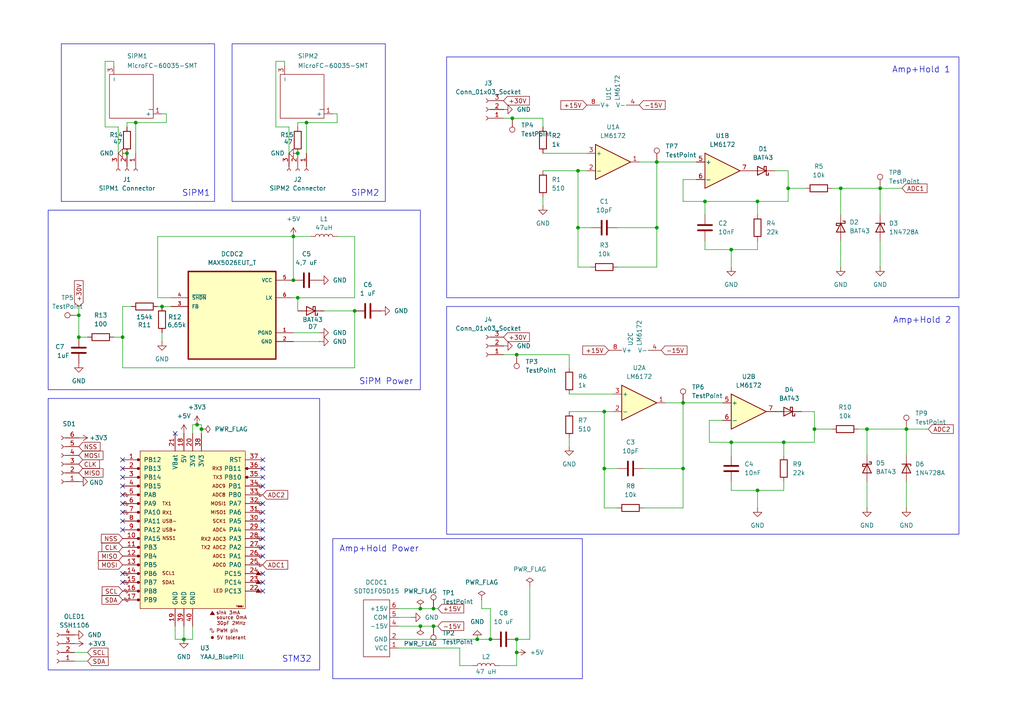
<source format=kicad_sch>
(kicad_sch (version 20250114) (generator "eeschema") (generator_version "9.0")
  (paper "A4")
  (title_block (title "Myolo PCBs") (date "2025-12-30") (rev "1") (company "Nico Entz"))
  (rectangle (start 67.31 12.7) (end 111.76 58.42))
  (rectangle (start 129.54 16.51) (end 278.13 86.36))
  (rectangle (start 13.97 60.96) (end 121.92 113.03))
  (rectangle (start 129.54 88.9) (end 278.13 154.94))
  (rectangle (start 17.78 12.7) (end 62.23 58.42))
  (rectangle (start 13.97 115.57) (end 92.71 194.31))
  (rectangle (start 96.52 156.21) (end 168.91 196.85))
  (text "Amp+Hold Power" (at 109.982 159.258 0) (effects (font (size 1.778 1.778))))
  (text "SiPM2" (at 105.918 56.134 0) (effects (font (size 1.778 1.778))))
  (text "SiPM Power" (at 112.014 110.744 0) (effects (font (size 1.778 1.778))))
  (text "STM32" (at 86.106 191.262 0) (effects (font (size 1.778 1.778))))
  (text "Amp+Hold 2" (at 267.462 92.964 0) (effects (font (size 1.778 1.778))))
  (text "SiPM1" (at 56.896 56.134 0) (effects (font (size 1.778 1.778))))
  (text "Amp+Hold 1" (at 267.208 20.32 0) (effects (font (size 1.778 1.778))))
  (junction (at 198.12 135.89))
  (junction (at 39.37 35.56))
  (junction (at 219.71 58.42))
  (junction (at 149.86 189.23))
  (junction (at 167.64 66.04))
  (junction (at 255.27 54.61))
  (junction (at 236.22 124.46))
  (junction (at 212.09 128.27))
  (junction (at 198.12 116.84))
  (junction (at 138.43 185.42))
  (junction (at 243.84 54.61))
  (junction (at 175.26 135.89))
  (junction (at 85.09 81.28))
  (junction (at 125.73 181.61))
  (junction (at 57.15 123.19))
  (junction (at 85.09 68.58))
  (junction (at 262.89 124.46))
  (junction (at 142.24 185.42))
  (junction (at 190.5 66.04))
  (junction (at 251.46 124.46))
  (junction (at 102.87 90.17))
  (junction (at 22.86 91.44))
  (junction (at 35.56 97.79))
  (junction (at 148.59 34.29))
  (junction (at 53.34 185.42))
  (junction (at 86.36 86.36))
  (junction (at 125.73 176.53))
  (junction (at 175.26 119.38))
  (junction (at 46.99 88.9))
  (junction (at 22.86 97.79))
  (junction (at 121.92 176.53))
  (junction (at 190.5 46.99))
  (junction (at 86.36 44.45))
  (junction (at 36.83 44.45))
  (junction (at 204.47 58.42))
  (junction (at 58.42 124.46))
  (junction (at 212.09 72.39))
  (junction (at 219.71 142.24))
  (junction (at 228.6 54.61))
  (junction (at 149.86 185.42))
  (junction (at 167.64 49.53))
  (junction (at 149.86 102.87))
  (junction (at 88.9 35.56))
  (junction (at 121.92 181.61))
  (junction (at 227.33 128.27))
  (no_connect (at 76.2 148.59))
  (no_connect (at 35.56 153.67))
  (no_connect (at 35.56 148.59))
  (no_connect (at 76.2 168.91))
  (no_connect (at 76.2 151.13))
  (no_connect (at 50.8 125.73))
  (no_connect (at 76.2 161.29))
  (no_connect (at 76.2 133.35))
  (no_connect (at 35.56 135.89))
  (no_connect (at 35.56 133.35))
  (no_connect (at 76.2 156.21))
  (no_connect (at 76.2 153.67))
  (no_connect (at 76.2 146.05))
  (no_connect (at 35.56 146.05))
  (no_connect (at 76.2 166.37))
  (no_connect (at 76.2 138.43))
  (no_connect (at 76.2 140.97))
  (no_connect (at 35.56 138.43))
  (no_connect (at 35.56 168.91))
  (no_connect (at 35.56 151.13))
  (no_connect (at 35.56 166.37))
  (no_connect (at 76.2 171.45))
  (no_connect (at 76.2 135.89))
  (no_connect (at 35.56 140.97))
  (no_connect (at 76.2 158.75))
  (no_connect (at 35.56 143.51))
  (wire (pts (xy 167.64 49.53) (xy 167.64 66.04)))
  (wire (pts (xy 204.47 69.85) (xy 204.47 72.39)))
  (wire (pts (xy 255.27 54.61) (xy 261.62 54.61)))
  (wire (pts (xy 30.48 17.78) (xy 30.48 36.83)))
  (wire (pts (xy 212.09 72.39) (xy 212.09 77.47)))
  (wire (pts (xy 50.8 181.61) (xy 50.8 185.42)))
  (wire (pts (xy 209.55 121.92) (xy 205.74 121.92)))
  (wire (pts (xy 262.89 124.46) (xy 262.89 132.08)))
  (wire (pts (xy 149.86 102.87) (xy 165.1 102.87)))
  (wire (pts (xy 139.7 176.53) (xy 142.24 176.53)))
  (wire (pts (xy 157.48 57.15) (xy 157.48 59.69)))
  (wire (pts (xy 58.42 124.46) (xy 58.42 125.73)))
  (wire (pts (xy 86.36 86.36) (xy 102.87 86.36)))
  (wire (pts (xy 115.57 179.07) (xy 119.38 179.07)))
  (wire (pts (xy 165.1 127) (xy 165.1 129.54)))
  (wire (pts (xy 35.56 97.79) (xy 35.56 88.9)))
  (wire (pts (xy 262.89 139.7) (xy 262.89 147.32)))
  (wire (pts (xy 102.87 90.17) (xy 102.87 106.68)))
  (wire (pts (xy 121.92 181.61) (xy 125.73 181.61)))
  (wire (pts (xy 236.22 128.27) (xy 236.22 124.46)))
  (wire (pts (xy 83.82 36.83) (xy 83.82 44.45)))
  (wire (pts (xy 179.07 77.47) (xy 190.5 77.47)))
  (wire (pts (xy 85.09 96.52) (xy 92.71 96.52)))
  (wire (pts (xy 255.27 54.61) (xy 255.27 62.23)))
  (wire (pts (xy 85.09 68.58) (xy 90.17 68.58)))
  (wire (pts (xy 190.5 46.99) (xy 190.5 66.04)))
  (wire (pts (xy 85.09 86.36) (xy 86.36 86.36)))
  (wire (pts (xy 115.57 185.42) (xy 138.43 185.42)))
  (wire (pts (xy 55.88 125.73) (xy 55.88 123.19)))
  (wire (pts (xy 86.36 35.56) (xy 86.36 36.83)))
  (wire (pts (xy 115.57 176.53) (xy 121.92 176.53)))
  (wire (pts (xy 21.59 189.23) (xy 25.4 189.23)))
  (wire (pts (xy 165.1 114.3) (xy 177.8 114.3)))
  (wire (pts (xy 50.8 185.42) (xy 53.34 185.42)))
  (wire (pts (xy 186.69 135.89) (xy 198.12 135.89)))
  (wire (pts (xy 39.37 35.56) (xy 36.83 35.56)))
  (wire (pts (xy 85.09 99.06) (xy 92.71 99.06)))
  (wire (pts (xy 96.52 33.02) (xy 97.79 33.02)))
  (wire (pts (xy 53.34 185.42) (xy 55.88 185.42)))
  (wire (pts (xy 102.87 68.58) (xy 102.87 86.36)))
  (wire (pts (xy 236.22 124.46) (xy 241.3 124.46)))
  (wire (pts (xy 251.46 124.46) (xy 262.89 124.46)))
  (wire (pts (xy 80.01 17.78) (xy 80.01 36.83)))
  (wire (pts (xy 232.41 119.38) (xy 236.22 119.38)))
  (wire (pts (xy 228.6 54.61) (xy 233.68 54.61)))
  (wire (pts (xy 212.09 72.39) (xy 219.71 72.39)))
  (wire (pts (xy 219.71 58.42) (xy 219.71 62.23)))
  (wire (pts (xy 198.12 116.84) (xy 198.12 135.89)))
  (wire (pts (xy 243.84 54.61) (xy 255.27 54.61)))
  (wire (pts (xy 251.46 124.46) (xy 251.46 132.08)))
  (wire (pts (xy 93.98 90.17) (xy 102.87 90.17)))
  (wire (pts (xy 45.72 68.58) (xy 85.09 68.58)))
  (wire (pts (xy 175.26 119.38) (xy 175.26 135.89)))
  (wire (pts (xy 146.05 102.87) (xy 149.86 102.87)))
  (wire (pts (xy 57.15 123.19) (xy 58.42 123.19)))
  (wire (pts (xy 224.79 49.53) (xy 228.6 49.53)))
  (wire (pts (xy 190.5 46.99) (xy 201.93 46.99)))
  (wire (pts (xy 243.84 54.61) (xy 243.84 62.23)))
  (wire (pts (xy 33.02 17.78) (xy 30.48 17.78)))
  (wire (pts (xy 88.9 35.56) (xy 88.9 44.45)))
  (wire (pts (xy 227.33 128.27) (xy 236.22 128.27)))
  (wire (pts (xy 251.46 139.7) (xy 251.46 147.32)))
  (wire (pts (xy 165.1 119.38) (xy 175.26 119.38)))
  (wire (pts (xy 115.57 187.96) (xy 133.35 187.96)))
  (wire (pts (xy 255.27 69.85) (xy 255.27 77.47)))
  (wire (pts (xy 198.12 58.42) (xy 204.47 58.42)))
  (wire (pts (xy 205.74 121.92) (xy 205.74 128.27)))
  (wire (pts (xy 133.35 187.96) (xy 133.35 193.04)))
  (wire (pts (xy 55.88 181.61) (xy 55.88 185.42)))
  (wire (pts (xy 48.26 33.02) (xy 48.26 35.56)))
  (wire (pts (xy 35.56 88.9) (xy 38.1 88.9)))
  (wire (pts (xy 33.02 97.79) (xy 35.56 97.79)))
  (wire (pts (xy 227.33 128.27) (xy 227.33 132.08)))
  (wire (pts (xy 205.74 128.27) (xy 212.09 128.27)))
  (wire (pts (xy 97.79 68.58) (xy 102.87 68.58)))
  (wire (pts (xy 58.42 123.19) (xy 58.42 124.46)))
  (wire (pts (xy 55.88 123.19) (xy 57.15 123.19)))
  (wire (pts (xy 85.09 68.58) (xy 85.09 81.28)))
  (wire (pts (xy 228.6 54.61) (xy 228.6 49.53)))
  (wire (pts (xy 243.84 69.85) (xy 243.84 77.47)))
  (wire (pts (xy 46.99 88.9) (xy 49.53 88.9)))
  (wire (pts (xy 115.57 181.61) (xy 121.92 181.61)))
  (wire (pts (xy 219.71 142.24) (xy 227.33 142.24)))
  (wire (pts (xy 248.92 124.46) (xy 251.46 124.46)))
  (wire (pts (xy 30.48 36.83) (xy 34.29 36.83)))
  (wire (pts (xy 185.42 46.99) (xy 190.5 46.99)))
  (wire (pts (xy 144.78 193.04) (xy 149.86 193.04)))
  (wire (pts (xy 165.1 106.68) (xy 165.1 102.87)))
  (wire (pts (xy 167.64 66.04) (xy 171.45 66.04)))
  (wire (pts (xy 97.79 33.02) (xy 97.79 35.56)))
  (wire (pts (xy 149.86 185.42) (xy 149.86 189.23)))
  (wire (pts (xy 139.7 173.99) (xy 139.7 176.53)))
  (wire (pts (xy 167.64 66.04) (xy 167.64 77.47)))
  (wire (pts (xy 39.37 35.56) (xy 39.37 44.45)))
  (wire (pts (xy 35.56 106.68) (xy 35.56 97.79)))
  (wire (pts (xy 175.26 119.38) (xy 177.8 119.38)))
  (wire (pts (xy 157.48 49.53) (xy 167.64 49.53)))
  (wire (pts (xy 212.09 139.7) (xy 212.09 142.24)))
  (wire (pts (xy 175.26 147.32) (xy 179.07 147.32)))
  (wire (pts (xy 121.92 176.53) (xy 125.73 176.53)))
  (wire (pts (xy 198.12 135.89) (xy 198.12 147.32)))
  (wire (pts (xy 97.79 35.56) (xy 88.9 35.56)))
  (wire (pts (xy 146.05 34.29) (xy 148.59 34.29)))
  (wire (pts (xy 212.09 128.27) (xy 227.33 128.27)))
  (wire (pts (xy 204.47 72.39) (xy 212.09 72.39)))
  (wire (pts (xy 212.09 142.24) (xy 219.71 142.24)))
  (wire (pts (xy 262.89 124.46) (xy 269.24 124.46)))
  (wire (pts (xy 125.73 176.53) (xy 127 176.53)))
  (wire (pts (xy 198.12 116.84) (xy 209.55 116.84)))
  (wire (pts (xy 175.26 135.89) (xy 175.26 147.32)))
  (wire (pts (xy 167.64 49.53) (xy 170.18 49.53)))
  (wire (pts (xy 46.99 33.02) (xy 48.26 33.02)))
  (wire (pts (xy 219.71 142.24) (xy 219.71 147.32)))
  (wire (pts (xy 34.29 36.83) (xy 34.29 44.45)))
  (wire (pts (xy 86.36 86.36) (xy 86.36 90.17)))
  (wire (pts (xy 186.69 147.32) (xy 198.12 147.32)))
  (wire (pts (xy 204.47 58.42) (xy 219.71 58.42)))
  (wire (pts (xy 88.9 35.56) (xy 86.36 35.56)))
  (wire (pts (xy 46.99 96.52) (xy 46.99 99.06)))
  (wire (pts (xy 45.72 86.36) (xy 49.53 86.36)))
  (wire (pts (xy 157.48 44.45) (xy 170.18 44.45)))
  (wire (pts (xy 204.47 58.42) (xy 204.47 62.23)))
  (wire (pts (xy 198.12 52.07) (xy 198.12 58.42)))
  (wire (pts (xy 21.59 191.77) (xy 25.4 191.77)))
  (wire (pts (xy 175.26 135.89) (xy 179.07 135.89)))
  (wire (pts (xy 80.01 36.83) (xy 83.82 36.83)))
  (wire (pts (xy 53.34 181.61) (xy 53.34 185.42)))
  (wire (pts (xy 201.93 52.07) (xy 198.12 52.07)))
  (wire (pts (xy 82.55 19.05) (xy 82.55 17.78)))
  (wire (pts (xy 167.64 77.47) (xy 171.45 77.47)))
  (wire (pts (xy 45.72 68.58) (xy 45.72 86.36)))
  (wire (pts (xy 236.22 124.46) (xy 236.22 119.38)))
  (wire (pts (xy 227.33 139.7) (xy 227.33 142.24)))
  (wire (pts (xy 190.5 66.04) (xy 190.5 77.47)))
  (wire (pts (xy 133.35 193.04) (xy 137.16 193.04)))
  (wire (pts (xy 153.67 170.18) (xy 153.67 185.42)))
  (wire (pts (xy 36.83 35.56) (xy 36.83 36.83)))
  (wire (pts (xy 142.24 176.53) (xy 142.24 185.42)))
  (wire (pts (xy 149.86 185.42) (xy 153.67 185.42)))
  (wire (pts (xy 228.6 58.42) (xy 228.6 54.61)))
  (wire (pts (xy 35.56 106.68) (xy 102.87 106.68)))
  (wire (pts (xy 149.86 189.23) (xy 149.86 193.04)))
  (wire (pts (xy 212.09 128.27) (xy 212.09 132.08)))
  (wire (pts (xy 45.72 88.9) (xy 46.99 88.9)))
  (wire (pts (xy 22.86 91.44) (xy 22.86 97.79)))
  (wire (pts (xy 179.07 66.04) (xy 190.5 66.04)))
  (wire (pts (xy 148.59 34.29) (xy 157.48 34.29)))
  (wire (pts (xy 219.71 69.85) (xy 219.71 72.39)))
  (wire (pts (xy 48.26 35.56) (xy 39.37 35.56)))
  (wire (pts (xy 219.71 58.42) (xy 228.6 58.42)))
  (wire (pts (xy 22.86 97.79) (xy 25.4 97.79)))
  (wire (pts (xy 82.55 17.78) (xy 80.01 17.78)))
  (wire (pts (xy 33.02 19.05) (xy 33.02 17.78)))
  (wire (pts (xy 157.48 34.29) (xy 157.48 36.83)))
  (wire (pts (xy 125.73 181.61) (xy 127 181.61)))
  (wire (pts (xy 193.04 116.84) (xy 198.12 116.84)))
  (wire (pts (xy 138.43 185.42) (xy 142.24 185.42)))
  (wire (pts (xy 241.3 54.61) (xy 243.84 54.61)))
  (wire (pts (xy 22.86 88.9) (xy 22.86 91.44)))
  (global_label "CLK" (shape input) (at 22.86 134.62 0) (property "Intersheetrefs" "${INTERSHEET_REFS}" (effects (hide yes))))
  (global_label "SDA" (shape input) (at 25.4 191.77 0) (property "Intersheetrefs" "${INTERSHEET_REFS}" (effects (hide yes))))
  (global_label "+15V" (shape input) (at 127 176.53 0) (property "Intersheetrefs" "${INTERSHEET_REFS}" (effects (hide yes))))
  (global_label "ADC1" (shape input) (at 76.2 163.83 0) (property "Intersheetrefs" "${INTERSHEET_REFS}" (effects (hide yes))))
  (global_label "ADC1" (shape input) (at 261.62 54.61 0) (property "Intersheetrefs" "${INTERSHEET_REFS}" (effects (hide yes))))
  (global_label "ADC2" (shape input) (at 76.2 143.51 0) (property "Intersheetrefs" "${INTERSHEET_REFS}" (effects (hide yes))))
  (global_label "SDA" (shape input) (at 35.56 173.99 180) (property "Intersheetrefs" "${INTERSHEET_REFS}" (effects (hide yes))))
  (global_label "MOSI" (shape input) (at 35.56 163.83 180) (property "Intersheetrefs" "${INTERSHEET_REFS}" (effects (hide yes))))
  (global_label "NSS" (shape input) (at 22.86 129.54 0) (property "Intersheetrefs" "${INTERSHEET_REFS}" (effects (hide yes))))
  (global_label "SCL" (shape input) (at 35.56 171.45 180) (property "Intersheetrefs" "${INTERSHEET_REFS}" (effects (hide yes))))
  (global_label "NSS" (shape input) (at 35.56 156.21 180) (property "Intersheetrefs" "${INTERSHEET_REFS}" (effects (hide yes))))
  (global_label "MOSI" (shape input) (at 22.86 132.08 0) (property "Intersheetrefs" "${INTERSHEET_REFS}" (effects (hide yes))))
  (global_label "-15V" (shape input) (at 191.77 101.6 0) (property "Intersheetrefs" "${INTERSHEET_REFS}" (effects (hide yes))))
  (global_label "ADC2" (shape input) (at 269.24 124.46 0) (property "Intersheetrefs" "${INTERSHEET_REFS}" (effects (hide yes))))
  (global_label "+15V" (shape input) (at 176.53 101.6 180) (property "Intersheetrefs" "${INTERSHEET_REFS}" (effects (hide yes))))
  (global_label "MISO" (shape input) (at 35.56 161.29 180) (property "Intersheetrefs" "${INTERSHEET_REFS}" (effects (hide yes))))
  (global_label "MISO" (shape input) (at 22.86 137.16 0) (property "Intersheetrefs" "${INTERSHEET_REFS}" (effects (hide yes))))
  (global_label "SCL" (shape input) (at 25.4 189.23 0) (property "Intersheetrefs" "${INTERSHEET_REFS}" (effects (hide yes))))
  (global_label "CLK" (shape input) (at 35.56 158.75 180) (property "Intersheetrefs" "${INTERSHEET_REFS}" (effects (hide yes))))
  (global_label "+15V" (shape input) (at 170.18 30.48 180) (property "Intersheetrefs" "${INTERSHEET_REFS}" (effects (hide yes))))
  (global_label "-15V" (shape input) (at 127 181.61 0) (property "Intersheetrefs" "${INTERSHEET_REFS}" (effects (hide yes))))
  (global_label "+30V" (shape input) (at 146.05 29.21 0) (property "Intersheetrefs" "${INTERSHEET_REFS}" (effects (hide yes))))
  (global_label "+30V" (shape input) (at 146.05 97.79 0) (property "Intersheetrefs" "${INTERSHEET_REFS}" (effects (hide yes))))
  (global_label "-15V" (shape input) (at 185.42 30.48 0) (property "Intersheetrefs" "${INTERSHEET_REFS}" (effects (hide yes))))
  (global_label "+30V" (shape input) (at 22.86 88.9 90) (property "Intersheetrefs" "${INTERSHEET_REFS}" (effects (hide yes))))
  (symbol (lib_id "power:GND") (at 146.05 100.33 90) (unit 1)
    (property "Reference" "#PWR027" (effects (hide yes)))
    (property "Value" "GND" (at 149.86 100.3299 90) (effects (justify right)))
    (property "Description" "Power symbol creates a global label with name \"GND\" , ground" (effects (hide yes)))
  )
  (symbol (lib_id "Diode:BAT43") (at 220.98 49.53 180) (unit 1)
    (property "Reference" "D1" (at 221.2975 43.18 0))
    (property "Value" "BAT43" (at 221.2975 45.72 0))
    (property "Footprint" "Diode_THT:D_DO-34_SOD68_P7.62mm_Horizontal" (effects (hide yes)))
    (property "Datasheet" "http://www.vishay.com/docs/85660/bat42.pdf" (effects (hide yes)))
    (property "Description" "30V 0.2A Small Signal Schottky Diode, DO-35" (effects (hide yes)))
  )
  (symbol (lib_id "power:PWR_FLAG") (at 139.7 173.99 0) (unit 1)
    (property "Reference" "#FLG02" (effects (hide yes)))
    (property "Value" "PWR_FLAG" (at 139.7 168.91 0))
    (property "Description" "Special symbol for telling ERC where power comes from" (effects (hide yes)))
  )
  (symbol (lib_id "Connector:Conn_01x03_Socket") (at 140.97 31.75 180) (unit 1)
    (property "Reference" "J3" (at 141.605 24.13 0))
    (property "Value" "Conn_01x03_Socket" (at 141.605 26.67 0))
    (property "Footprint" "Custom:PinSocket_1x03_P2.54mm_Vertical_NoGND" (effects (hide yes)))
    (property "Description" "Generic connector, single row, 01x03, script generated" (effects (hide yes)))
  )
  (symbol (lib_id "Connector:TestPoint") (at 125.73 176.53 0) (unit 1)
    (property "Reference" "TP1" (at 128.27 171.9579 0) (effects (justify left)))
    (property "Value" "TestPoint" (at 128.27 174.4979 0) (effects (justify left)))
    (property "Footprint" "TestPoint:TestPoint_Pad_1.0x1.0mm" (effects (hide yes)))
    (property "Description" "test point" (effects (hide yes)))
  )
  (symbol (lib_id "power:GND") (at 21.59 184.15 90) (unit 1)
    (property "Reference" "#PWR015" (effects (hide yes)))
    (property "Value" "GND" (at 25.4 184.1499 90) (effects (justify right)))
    (property "Description" "Power symbol creates a global label with name \"GND\" , ground" (effects (hide yes)))
  )
  (symbol (lib_id "power:GND") (at 36.83 44.45 270) (unit 1)
    (property "Reference" "#PWR028" (effects (hide yes)))
    (property "Value" "GND" (at 33.02 44.4499 90) (effects (justify right)))
    (property "Description" "Power symbol creates a global label with name \"GND\" , ground" (effects (hide yes)))
  )
  (symbol (lib_id "Device:R") (at 219.71 66.04 0) (unit 1)
    (property "Reference" "R4" (at 222.25 64.7699 0) (effects (justify left)))
    (property "Value" "22k" (at 222.25 67.3099 0) (effects (justify left)))
    (property "Footprint" "Resistor_THT:R_Axial_DIN0204_L3.6mm_D1.6mm_P7.62mm_Horizontal" (effects (hide yes)))
    (property "Description" "Resistor" (effects (hide yes)))
  )
  (symbol (lib_id "Diode:1N47xxA") (at 255.27 66.04 270) (unit 1)
    (property "Reference" "D3" (at 257.81 64.7699 90) (effects (justify left)))
    (property "Value" "1N4728A" (at 257.81 67.3099 90) (effects (justify left)))
    (property "Footprint" "Diode_THT:D_DO-34_SOD68_P7.62mm_Horizontal" (effects (hide yes)))
    (property "Datasheet" "https://www.vishay.com/docs/85816/1n4728a.pdf" (effects (hide yes)))
    (property "Description" "1300mW Silicon planar power Zener diodes, DO-41" (effects (hide yes)))
  )
  (symbol (lib_id "Amplifier_Operational:LM6172") (at 177.8 27.94 90) (unit 3)
    (property "Reference" "U1" (at 176.5299 29.21 0) (effects (justify left)))
    (property "Value" "LM6172" (at 179.0699 29.21 0) (effects (justify left)))
    (property "Footprint" "Package_DIP:DIP-8_W10.16mm" (effects (hide yes)))
    (property "Datasheet" "http://www.ti.com/lit/ds/symlink/lm6172.pdf" (effects (hide yes)))
    (property "Description" "Dual High Speed, Low Power, Low Distortion, Voltage Feedback Amplifiers, DIP-8/SOIC-8" (effects (hide yes)))
  )
  (symbol (lib_id "power:GND") (at 92.71 96.52 90) (unit 1)
    (property "Reference" "#PWR019" (effects (hide yes)))
    (property "Value" "GND" (at 96.52 96.5199 90) (effects (justify right)))
    (property "Description" "Power symbol creates a global label with name \"GND\" , ground" (effects (hide yes)))
  )
  (symbol (lib_id "power:GND") (at 212.09 77.47 0) (unit 1)
    (property "Reference" "#PWR04" (effects (hide yes)))
    (property "Value" "GND" (at 212.09 82.55 0))
    (property "Description" "Power symbol creates a global label with name \"GND\" , ground" (effects (hide yes)))
  )
  (symbol (lib_id "Device:C") (at 212.09 135.89 0) (unit 1)
    (property "Reference" "C4" (at 215.9 134.6199 0) (effects (justify left)))
    (property "Value" "10nF" (at 215.9 137.1599 0) (effects (justify left)))
    (property "Footprint" "Capacitor_THT:C_Disc_D5.0mm_W2.5mm_P2.50mm" (effects (hide yes)))
    (property "Description" "Unpolarized capacitor" (effects (hide yes)))
  )
  (symbol (lib_id "Device:R") (at 182.88 147.32 90) (unit 1)
    (property "Reference" "R8" (at 182.88 140.97 90))
    (property "Value" "10k" (at 182.88 143.51 90))
    (property "Footprint" "Resistor_THT:R_Axial_DIN0204_L3.6mm_D1.6mm_P7.62mm_Horizontal" (effects (hide yes)))
    (property "Description" "Resistor" (effects (hide yes)))
  )
  (symbol (lib_id "Connector:TestPoint") (at 198.12 116.84 0) (unit 1)
    (property "Reference" "TP6" (at 200.66 112.2679 0) (effects (justify left)))
    (property "Value" "TestPoint" (at 200.66 114.8079 0) (effects (justify left)))
    (property "Footprint" "TestPoint:TestPoint_Pad_1.0x1.0mm" (effects (hide yes)))
    (property "Description" "test point" (effects (hide yes)))
  )
  (symbol (lib_id "Device:C") (at 106.68 90.17 90) (unit 1)
    (property "Reference" "C6" (at 106.68 82.55 90))
    (property "Value" "1 uF" (at 106.68 85.09 90))
    (property "Footprint" "Capacitor_THT:C_Disc_D5.0mm_W2.5mm_P2.50mm" (effects (hide yes)))
    (property "Description" "Unpolarized capacitor" (effects (hide yes)))
  )
  (symbol (lib_id "MAX5026EUT_T:MAX5026EUT_T") (at 67.31 91.44 0) (unit 1)
    (property "Reference" "DCDC2" (at 67.31 73.66 0))
    (property "Value" "MAX5026EUT_T" (at 67.31 76.2 0))
    (property "Footprint" "Custom:MAX5026EU-T" (effects (hide yes)))
    (property "MF" "Analog Devices" (effects (hide yes)))
    (property "Description_1" "500kHz, 36V Output, SOT23, PWM Step-Up DC-DC Converters" (effects (hide yes)))
    (property "Package" "SOT-23-6 Maxim Integrated" (effects (hide yes)))
    (property "Price" "None" (effects (hide yes)))
    (property "SnapEDA_Link" "https://www.snapeda.com/parts/MAX5026EUT+T/Analog+Devices/view-part/?ref=snap" (effects (hide yes)))
    (property "MP" "MAX5026EUT+T" (effects (hide yes)))
    (property "Availability" "In Stock" (effects (hide yes)))
    (property "Check_prices" "https://www.snapeda.com/parts/MAX5026EUT+T/Analog+Devices/view-part/?ref=eda" (effects (hide yes)))
  )
  (symbol (lib_id "Device:R") (at 29.21 97.79 90) (unit 1)
    (property "Reference" "R13" (at 29.21 91.44 90))
    (property "Value" "100" (at 29.21 93.98 90))
    (property "Footprint" "Resistor_THT:R_Axial_DIN0204_L3.6mm_D1.6mm_P7.62mm_Horizontal" (effects (hide yes)))
    (property "Description" "Resistor" (effects (hide yes)))
  )
  (symbol (lib_id "power:GND") (at 251.46 147.32 0) (unit 1)
    (property "Reference" "#PWR011" (effects (hide yes)))
    (property "Value" "GND" (at 251.46 152.4 0))
    (property "Description" "Power symbol creates a global label with name \"GND\" , ground" (effects (hide yes)))
  )
  (symbol (lib_id "power:GND") (at 138.43 185.42 180) (unit 1)
    (property "Reference" "#PWR01" (effects (hide yes)))
    (property "Value" "GND" (at 138.43 180.34 0))
    (property "Description" "Power symbol creates a global label with name \"GND\" , ground" (effects (hide yes)))
  )
  (symbol (lib_id "Connector:TestPoint") (at 190.5 46.99 0) (unit 1)
    (property "Reference" "TP7" (at 193.04 42.4179 0) (effects (justify left)))
    (property "Value" "TestPoint" (at 193.04 44.9579 0) (effects (justify left)))
    (property "Footprint" "TestPoint:TestPoint_Pad_1.0x1.0mm" (effects (hide yes)))
    (property "Description" "test point" (effects (hide yes)))
  )
  (symbol (lib_id "Diode:BAT43") (at 228.6 119.38 180) (unit 1)
    (property "Reference" "D4" (at 228.9175 113.03 0))
    (property "Value" "BAT43" (at 228.9175 115.57 0))
    (property "Footprint" "Diode_THT:D_DO-34_SOD68_P7.62mm_Horizontal" (effects (hide yes)))
    (property "Datasheet" "http://www.vishay.com/docs/85660/bat42.pdf" (effects (hide yes)))
    (property "Description" "30V 0.2A Small Signal Schottky Diode, DO-35" (effects (hide yes)))
  )
  (symbol (lib_id "Connector:TestPoint") (at 255.27 54.61 0) (unit 1)
    (property "Reference" "TP8" (at 257.81 50.0379 0) (effects (justify left)))
    (property "Value" "TestPoint" (at 257.81 52.5779 0) (effects (justify left)))
    (property "Footprint" "TestPoint:TestPoint_Pad_1.0x1.0mm" (effects (hide yes)))
    (property "Description" "test point" (effects (hide yes)))
  )
  (symbol (lib_id "power:GND") (at 53.34 185.42 0) (unit 1)
    (property "Reference" "#PWR016" (effects (hide yes)))
    (property "Value" "GND" (at 53.34 190.5 0))
    (property "Description" "Power symbol creates a global label with name \"GND\" , ground" (effects (hide yes)))
  )
  (symbol (lib_id "Device:R") (at 41.91 88.9 90) (unit 1)
    (property "Reference" "R11" (at 41.91 94.234 90))
    (property "Value" "154k" (at 41.91 91.948 90))
    (property "Footprint" "Resistor_THT:R_Axial_DIN0204_L3.6mm_D1.6mm_P7.62mm_Horizontal" (effects (hide yes)))
    (property "Description" "Resistor" (effects (hide yes)))
  )
  (symbol (lib_id "Device:L") (at 140.97 193.04 90) (unit 1)
    (property "Reference" "L2" (at 140.97 190.5 90))
    (property "Value" "47 uH" (at 140.97 194.818 90))
    (property "Footprint" "Inductor_THT:L_Axial_L5.3mm_D2.2mm_P7.62mm_Horizontal_Vishay_IM-1" (effects (hide yes)))
    (property "Description" "Inductor" (effects (hide yes)))
  )
  (symbol (lib_id "power:GND") (at 262.89 147.32 0) (unit 1)
    (property "Reference" "#PWR012" (effects (hide yes)))
    (property "Value" "GND" (at 262.89 152.4 0))
    (property "Description" "Power symbol creates a global label with name \"GND\" , ground" (effects (hide yes)))
  )
  (symbol (lib_id "Amplifier_Operational:LM6172") (at 177.8 46.99 0) (unit 1)
    (property "Reference" "U1" (at 177.8 36.83 0))
    (property "Value" "LM6172" (at 177.8 39.37 0))
    (property "Footprint" "Package_DIP:DIP-8_W10.16mm" (effects (hide yes)))
    (property "Datasheet" "http://www.ti.com/lit/ds/symlink/lm6172.pdf" (effects (hide yes)))
    (property "Description" "Dual High Speed, Low Power, Low Distortion, Voltage Feedback Amplifiers, DIP-8/SOIC-8" (effects (hide yes)))
  )
  (symbol (lib_id "Device:C") (at 204.47 66.04 0) (unit 1)
    (property "Reference" "C2" (at 208.28 64.7699 0) (effects (justify left)))
    (property "Value" "10nF" (at 208.28 67.3099 0) (effects (justify left)))
    (property "Footprint" "Capacitor_THT:C_Disc_D5.0mm_W2.5mm_P2.50mm" (effects (hide yes)))
    (property "Description" "Unpolarized capacitor" (effects (hide yes)))
  )
  (symbol (lib_id "Device:C") (at 175.26 66.04 90) (unit 1)
    (property "Reference" "C1" (at 175.26 58.42 90))
    (property "Value" "10pF" (at 175.26 60.96 90))
    (property "Footprint" "Capacitor_THT:C_Disc_D5.0mm_W2.5mm_P2.50mm" (effects (hide yes)))
    (property "Description" "Unpolarized capacitor" (effects (hide yes)))
  )
  (symbol (lib_id "Device:C") (at 22.86 101.6 0) (unit 1)
    (property "Reference" "C7" (at 16.002 100.584 0) (effects (justify left)))
    (property "Value" "1uF" (at 16.51 103.124 0) (effects (justify left)))
    (property "Footprint" "Capacitor_THT:C_Disc_D5.0mm_W2.5mm_P2.50mm" (effects (hide yes)))
    (property "Description" "Unpolarized capacitor" (effects (hide yes)))
  )
  (symbol (lib_id "Connector:TestPoint") (at 262.89 124.46 0) (unit 1)
    (property "Reference" "TP9" (at 265.43 119.8879 0) (effects (justify left)))
    (property "Value" "TestPoint" (at 265.43 122.4279 0) (effects (justify left)))
    (property "Footprint" "TestPoint:TestPoint_Pad_1.0x1.0mm" (effects (hide yes)))
    (property "Description" "test point" (effects (hide yes)))
  )
  (symbol (lib_id "Diode:BAT43") (at 251.46 135.89 270) (unit 1)
    (property "Reference" "D5" (at 254 134.3024 90) (effects (justify left)))
    (property "Value" "BAT43" (at 254 136.8424 90) (effects (justify left)))
    (property "Footprint" "Diode_THT:D_DO-34_SOD68_P7.62mm_Horizontal" (effects (hide yes)))
    (property "Datasheet" "http://www.vishay.com/docs/85660/bat42.pdf" (effects (hide yes)))
    (property "Description" "30V 0.2A Small Signal Schottky Diode, DO-35" (effects (hide yes)))
  )
  (symbol (lib_id "Custom:SiPM") (at 31.75 34.29 0) (unit 1)
    (property "Reference" "SiPM1" (at 36.83 16.256 0) (effects (justify left)))
    (property "Value" "MicroFC-60035-SMT" (at 36.83 19.05 0) (effects (justify left)))
    (property "Footprint" "Custom:SiPM" (effects (hide yes)))
  )
  (symbol (lib_id "Device:R") (at 227.33 135.89 0) (unit 1)
    (property "Reference" "R9" (at 229.87 134.6199 0) (effects (justify left)))
    (property "Value" "22k" (at 229.87 137.1599 0) (effects (justify left)))
    (property "Footprint" "Resistor_THT:R_Axial_DIN0204_L3.6mm_D1.6mm_P7.62mm_Horizontal" (effects (hide yes)))
    (property "Description" "Resistor" (effects (hide yes)))
  )
  (symbol (lib_id "power:+5V") (at 149.86 189.23 270) (unit 1)
    (property "Reference" "#PWR02" (effects (hide yes)))
    (property "Value" "+5V" (at 153.67 189.2299 90) (effects (justify left)))
    (property "Description" "Power symbol creates a global label with name \"+5V\"" (effects (hide yes)))
  )
  (symbol (lib_id "Device:R") (at 165.1 110.49 0) (unit 1)
    (property "Reference" "R6" (at 167.64 109.2199 0) (effects (justify left)))
    (property "Value" "1k" (at 167.64 111.7599 0) (effects (justify left)))
    (property "Footprint" "Resistor_THT:R_Axial_DIN0204_L3.6mm_D1.6mm_P7.62mm_Horizontal" (effects (hide yes)))
    (property "Description" "Resistor" (effects (hide yes)))
  )
  (symbol (lib_id "Device:C") (at 146.05 185.42 270) (unit 1)
    (property "Reference" "C8" (at 146.05 177.8 90))
    (property "Value" "10 uF" (at 146.05 180.34 90))
    (property "Footprint" "Capacitor_THT:C_Disc_D5.0mm_W2.5mm_P2.50mm" (effects (hide yes)))
    (property "Description" "Unpolarized capacitor" (effects (hide yes)))
  )
  (symbol (lib_id "power:+5V") (at 85.09 68.58 0) (unit 1)
    (property "Reference" "#PWR025" (effects (hide yes)))
    (property "Value" "+5V" (at 85.09 63.5 0))
    (property "Description" "Power symbol creates a global label with name \"+5V\"" (effects (hide yes)))
  )
  (symbol (lib_id "power:GND") (at 165.1 129.54 0) (unit 1)
    (property "Reference" "#PWR09" (effects (hide yes)))
    (property "Value" "GND" (at 165.1 134.62 0))
    (property "Description" "Power symbol creates a global label with name \"GND\" , ground" (effects (hide yes)))
  )
  (symbol (lib_id "power:GND") (at 110.49 90.17 90) (unit 1)
    (property "Reference" "#PWR022" (effects (hide yes)))
    (property "Value" "GND" (at 114.3 90.1699 90) (effects (justify right)))
    (property "Description" "Power symbol creates a global label with name \"GND\" , ground" (effects (hide yes)))
  )
  (symbol (lib_id "power:GND") (at 243.84 77.47 0) (unit 1)
    (property "Reference" "#PWR05" (effects (hide yes)))
    (property "Value" "GND" (at 243.84 82.55 0))
    (property "Description" "Power symbol creates a global label with name \"GND\" , ground" (effects (hide yes)))
  )
  (symbol (lib_id "power:GND") (at 86.36 44.45 270) (unit 1)
    (property "Reference" "#PWR029" (effects (hide yes)))
    (property "Value" "GND" (at 82.55 44.4499 90) (effects (justify right)))
    (property "Description" "Power symbol creates a global label with name \"GND\" , ground" (effects (hide yes)))
  )
  (symbol (lib_id "Device:R") (at 245.11 124.46 90) (unit 1)
    (property "Reference" "R10" (at 245.11 118.11 90))
    (property "Value" "10k" (at 245.11 120.65 90))
    (property "Footprint" "Resistor_THT:R_Axial_DIN0204_L3.6mm_D1.6mm_P7.62mm_Horizontal" (effects (hide yes)))
    (property "Description" "Resistor" (effects (hide yes)))
  )
  (symbol (lib_id "power:GND") (at 92.71 81.28 90) (unit 1)
    (property "Reference" "#PWR020" (effects (hide yes)))
    (property "Value" "GND" (at 96.52 81.2799 90) (effects (justify right)))
    (property "Description" "Power symbol creates a global label with name \"GND\" , ground" (effects (hide yes)))
  )
  (symbol (lib_id "Connector:Conn_01x04_Socket") (at 16.51 189.23 180) (unit 1)
    (property "Reference" "OLED1" (at 21.59 178.816 0))
    (property "Value" "SSH1106" (at 21.59 181.356 0))
    (property "Footprint" "Custom:1x04 NoGND" (effects (hide yes)))
    (property "Description" "Generic connector, single row, 01x04, script generated" (effects (hide yes)))
  )
  (symbol (lib_id "Device:R") (at 237.49 54.61 90) (unit 1)
    (property "Reference" "R5" (at 237.49 48.26 90))
    (property "Value" "10k" (at 237.49 50.8 90))
    (property "Footprint" "Resistor_THT:R_Axial_DIN0204_L3.6mm_D1.6mm_P7.62mm_Horizontal" (effects (hide yes)))
    (property "Description" "Resistor" (effects (hide yes)))
  )
  (symbol (lib_id "power:GND") (at 146.05 31.75 90) (unit 1)
    (property "Reference" "#PWR026" (effects (hide yes)))
    (property "Value" "GND" (at 149.86 31.7499 90) (effects (justify right)))
    (property "Description" "Power symbol creates a global label with name \"GND\" , ground" (effects (hide yes)))
  )
  (symbol (lib_id "Amplifier_Operational:LM6172") (at 184.15 99.06 90) (unit 3)
    (property "Reference" "U2" (at 182.8799 100.33 0) (effects (justify left)))
    (property "Value" "LM6172" (at 185.4199 100.33 0) (effects (justify left)))
    (property "Footprint" "Package_DIP:DIP-8_W10.16mm" (effects (hide yes)))
    (property "Datasheet" "http://www.ti.com/lit/ds/symlink/lm6172.pdf" (effects (hide yes)))
    (property "Description" "Dual High Speed, Low Power, Low Distortion, Voltage Feedback Amplifiers, DIP-8/SOIC-8" (effects (hide yes)))
  )
  (symbol (lib_id "Custom:SiPM") (at 81.28 34.29 0) (unit 1)
    (property "Reference" "SiPM2" (at 86.36 16.256 0) (effects (justify left)))
    (property "Value" "MicroFC-60035-SMT" (at 86.36 19.05 0) (effects (justify left)))
    (property "Footprint" "Custom:SiPM" (effects (hide yes)))
  )
  (symbol (lib_id "power:GND") (at 119.38 179.07 90) (unit 1)
    (property "Reference" "#PWR07" (effects (hide yes)))
    (property "Value" "GND" (at 123.19 179.0699 90) (effects (justify right)))
    (property "Description" "Power symbol creates a global label with name \"GND\" , ground" (effects (hide yes)))
  )
  (symbol (lib_id "power:+3V3") (at 57.15 123.19 0) (unit 1)
    (property "Reference" "#PWR017" (effects (hide yes)))
    (property "Value" "+3V3" (at 57.15 118.11 0))
    (property "Description" "Power symbol creates a global label with name \"+3V3\"" (effects (hide yes)))
  )
  (symbol (lib_id "Connector:Conn_01x03_Socket") (at 140.97 100.33 180) (unit 1)
    (property "Reference" "J4" (at 141.605 92.71 0))
    (property "Value" "Conn_01x03_Socket" (at 141.605 95.25 0))
    (property "Footprint" "Custom:PinSocket_1x03_P2.54mm_Vertical_NoGND" (effects (hide yes)))
    (property "Description" "Generic connector, single row, 01x03, script generated" (effects (hide yes)))
  )
  (symbol (lib_id "power:PWR_FLAG") (at 121.92 176.53 0) (unit 1)
    (property "Reference" "#FLG03" (effects (hide yes)))
    (property "Value" "PWR_FLAG" (at 121.92 171.45 0))
    (property "Description" "Special symbol for telling ERC where power comes from" (effects (hide yes)))
  )
  (symbol (lib_id "power:+3V3") (at 21.59 186.69 270) (unit 1)
    (property "Reference" "#PWR014" (effects (hide yes)))
    (property "Value" "+3V3" (at 25.4 186.6899 90) (effects (justify left)))
    (property "Description" "Power symbol creates a global label with name \"+3V3\"" (effects (hide yes)))
  )
  (symbol (lib_id "Device:R") (at 36.83 40.64 0) (unit 1)
    (property "Reference" "R14" (at 31.75 39.116 0) (effects (justify left)))
    (property "Value" "47" (at 32.766 41.148 0) (effects (justify left)))
    (property "Footprint" "Resistor_THT:R_Axial_DIN0204_L3.6mm_D1.6mm_P7.62mm_Horizontal" (effects (hide yes)))
    (property "Description" "Resistor" (effects (hide yes)))
  )
  (symbol (lib_id "Device:R") (at 86.36 40.64 0) (unit 1)
    (property "Reference" "R15" (at 81.28 39.116 0) (effects (justify left)))
    (property "Value" "47" (at 82.296 41.148 0) (effects (justify left)))
    (property "Footprint" "Resistor_THT:R_Axial_DIN0204_L3.6mm_D1.6mm_P7.62mm_Horizontal" (effects (hide yes)))
    (property "Description" "Resistor" (effects (hide yes)))
  )
  (symbol (lib_id "power:GND") (at 92.71 99.06 90) (unit 1)
    (property "Reference" "#PWR018" (effects (hide yes)))
    (property "Value" "GND" (at 96.52 99.0599 90) (effects (justify right)))
    (property "Description" "Power symbol creates a global label with name \"GND\" , ground" (effects (hide yes)))
  )
  (symbol (lib_id "Connector:Conn_01x03_Socket") (at 86.36 49.53 270) (unit 1)
    (property "Reference" "J2" (at 86.36 52.07 90))
    (property "Value" "SiPM2 Connector" (at 86.36 54.61 90))
    (property "Footprint" "Custom:PinSocket_1x03_P2.54mm_Vertical_NoGND" (effects (hide yes)))
    (property "Description" "Generic connector, single row, 01x03, script generated" (effects (hide yes)))
  )
  (symbol (lib_id "power:GND") (at 219.71 147.32 0) (unit 1)
    (property "Reference" "#PWR010" (effects (hide yes)))
    (property "Value" "GND" (at 219.71 152.4 0))
    (property "Description" "Power symbol creates a global label with name \"GND\" , ground" (effects (hide yes)))
  )
  (symbol (lib_id "Device:C") (at 182.88 135.89 90) (unit 1)
    (property "Reference" "C3" (at 182.88 128.27 90))
    (property "Value" "10pF" (at 182.88 130.81 90))
    (property "Footprint" "Capacitor_THT:C_Disc_D5.0mm_W2.5mm_P2.50mm" (effects (hide yes)))
    (property "Description" "Unpolarized capacitor" (effects (hide yes)))
  )
  (symbol (lib_id "Device:R") (at 175.26 77.47 90) (unit 1)
    (property "Reference" "R3" (at 175.26 71.12 90))
    (property "Value" "10k" (at 175.26 73.66 90))
    (property "Footprint" "Resistor_THT:R_Axial_DIN0204_L3.6mm_D1.6mm_P7.62mm_Horizontal" (effects (hide yes)))
    (property "Description" "Resistor" (effects (hide yes)))
  )
  (symbol (lib_id "Diode:1N47xxA") (at 262.89 135.89 270) (unit 1)
    (property "Reference" "D6" (at 265.43 134.6199 90) (effects (justify left)))
    (property "Value" "1N4728A" (at 265.43 137.1599 90) (effects (justify left)))
    (property "Footprint" "Diode_THT:D_DO-34_SOD68_P7.62mm_Horizontal" (effects (hide yes)))
    (property "Datasheet" "https://www.vishay.com/docs/85816/1n4728a.pdf" (effects (hide yes)))
    (property "Description" "1300mW Silicon planar power Zener diodes, DO-41" (effects (hide yes)))
  )
  (symbol (lib_id "Device:R") (at 165.1 123.19 0) (unit 1)
    (property "Reference" "R7" (at 167.64 121.9199 0) (effects (justify left)))
    (property "Value" "510" (at 167.64 124.4599 0) (effects (justify left)))
    (property "Footprint" "Resistor_THT:R_Axial_DIN0204_L3.6mm_D1.6mm_P7.62mm_Horizontal" (effects (hide yes)))
    (property "Description" "Resistor" (effects (hide yes)))
  )
  (symbol (lib_id "Diode:BAT43") (at 90.17 90.17 180) (unit 1)
    (property "Reference" "D7" (at 90.678 94.742 0))
    (property "Value" "BAT43" (at 90.678 92.71 0))
    (property "Footprint" "Diode_THT:D_DO-34_SOD68_P7.62mm_Horizontal" (effects (hide yes)))
    (property "Datasheet" "http://www.vishay.com/docs/85660/bat42.pdf" (effects (hide yes)))
    (property "Description" "30V 0.2A Small Signal Schottky Diode, DO-35" (effects (hide yes)))
  )
  (symbol (lib_id "power:GND") (at 157.48 59.69 0) (unit 1)
    (property "Reference" "#PWR03" (effects (hide yes)))
    (property "Value" "GND" (at 157.48 64.77 0))
    (property "Description" "Power symbol creates a global label with name \"GND\" , ground" (effects (hide yes)))
  )
  (symbol (lib_id "power:GND") (at 22.86 105.41 0) (unit 1)
    (property "Reference" "#PWR023" (effects (hide yes)))
    (property "Value" "GND" (at 22.86 110.49 0))
    (property "Description" "Power symbol creates a global label with name \"GND\" , ground" (effects (hide yes)))
  )
  (symbol (lib_id "YAAJ_BluePill:YAAJ_BluePill") (at 55.88 153.67 0) (unit 1)
    (property "Reference" "U3" (at 58.0233 187.96 0) (effects (justify left)))
    (property "Value" "YAAJ_BluePill" (at 58.0233 190.5 0) (effects (justify left)))
    (property "Footprint" "Custom:BluePill" (effects (hide yes)))
    (property "Description" "STM32 Blue Pill ; KLC compliant" (effects (hide yes)))
  )
  (symbol (lib_id "power:+3V3") (at 22.86 127 270) (unit 1)
    (property "Reference" "#PWR08" (effects (hide yes)))
    (property "Value" "+3V3" (at 25.908 127 90) (effects (justify left)))
    (property "Description" "Power symbol creates a global label with name \"+3V3\"" (effects (hide yes)))
  )
  (symbol (lib_id "Connector:TestPoint") (at 22.86 91.44 90) (unit 1)
    (property "Reference" "TP5" (at 19.558 86.36 90))
    (property "Value" "TestPoint" (at 19.558 88.9 90))
    (property "Footprint" "TestPoint:TestPoint_Pad_1.0x1.0mm" (effects (hide yes)))
    (property "Description" "test point" (effects (hide yes)))
  )
  (symbol (lib_id "power:PWR_FLAG") (at 153.67 170.18 0) (unit 1)
    (property "Reference" "#FLG01" (effects (hide yes)))
    (property "Value" "PWR_FLAG" (at 153.67 165.1 0))
    (property "Description" "Special symbol for telling ERC where power comes from" (effects (hide yes)))
  )
  (symbol (lib_id "Device:R") (at 46.99 92.71 0) (unit 1)
    (property "Reference" "R12" (at 48.768 91.948 0) (effects (justify left)))
    (property "Value" "6,65k" (at 48.514 94.234 0) (effects (justify left)))
    (property "Footprint" "Resistor_THT:R_Axial_DIN0204_L3.6mm_D1.6mm_P7.62mm_Horizontal" (effects (hide yes)))
    (property "Description" "Resistor" (effects (hide yes)))
  )
  (symbol (lib_id "Amplifier_Operational:LM6172") (at 217.17 119.38 0) (unit 2)
    (property "Reference" "U2" (at 217.17 109.22 0))
    (property "Value" "LM6172" (at 217.17 111.76 0))
    (property "Footprint" "Package_DIP:DIP-8_W10.16mm" (effects (hide yes)))
    (property "Datasheet" "http://www.ti.com/lit/ds/symlink/lm6172.pdf" (effects (hide yes)))
    (property "Description" "Dual High Speed, Low Power, Low Distortion, Voltage Feedback Amplifiers, DIP-8/SOIC-8" (effects (hide yes)))
  )
  (symbol (lib_id "Amplifier_Operational:LM6172") (at 209.55 49.53 0) (unit 2)
    (property "Reference" "U1" (at 209.55 39.37 0))
    (property "Value" "LM6172" (at 209.55 41.91 0))
    (property "Footprint" "Package_DIP:DIP-8_W10.16mm" (effects (hide yes)))
    (property "Datasheet" "http://www.ti.com/lit/ds/symlink/lm6172.pdf" (effects (hide yes)))
    (property "Description" "Dual High Speed, Low Power, Low Distortion, Voltage Feedback Amplifiers, DIP-8/SOIC-8" (effects (hide yes)))
  )
  (symbol (lib_id "Connector:TestPoint") (at 125.73 181.61 180) (unit 1)
    (property "Reference" "TP2" (at 128.27 183.6419 0) (effects (justify right)))
    (property "Value" "TestPoint" (at 128.27 186.1819 0) (effects (justify right)))
    (property "Footprint" "TestPoint:TestPoint_Pad_1.0x1.0mm" (effects (hide yes)))
    (property "Description" "test point" (effects (hide yes)))
  )
  (symbol (lib_id "Connector:TestPoint") (at 149.86 102.87 180) (unit 1)
    (property "Reference" "TP3" (at 152.4 104.9019 0) (effects (justify right)))
    (property "Value" "TestPoint" (at 152.4 107.4419 0) (effects (justify right)))
    (property "Footprint" "TestPoint:TestPoint_Pad_1.0x1.0mm" (effects (hide yes)))
    (property "Description" "test point" (effects (hide yes)))
  )
  (symbol (lib_id "Connector:TestPoint") (at 148.59 34.29 180) (unit 1)
    (property "Reference" "TP4" (at 151.13 36.3219 0) (effects (justify right)))
    (property "Value" "TestPoint" (at 151.13 38.8619 0) (effects (justify right)))
    (property "Footprint" "TestPoint:TestPoint_Pad_1.0x1.0mm" (effects (hide yes)))
    (property "Description" "test point" (effects (hide yes)))
  )
  (symbol (lib_id "power:PWR_FLAG") (at 58.42 124.46 270) (unit 1)
    (property "Reference" "#FLG05" (effects (hide yes)))
    (property "Value" "PWR_FLAG" (at 62.23 124.4599 90) (effects (justify left)))
    (property "Description" "Special symbol for telling ERC where power comes from" (effects (hide yes)))
  )
  (symbol (lib_id "power:GND") (at 46.99 99.06 0) (unit 1)
    (property "Reference" "#PWR021" (effects (hide yes)))
    (property "Value" "GND" (at 46.99 104.14 0))
    (property "Description" "Power symbol creates a global label with name \"GND\" , ground" (effects (hide yes)))
  )
  (symbol (lib_id "Device:R") (at 157.48 53.34 0) (unit 1)
    (property "Reference" "R1" (at 160.02 52.0699 0) (effects (justify left)))
    (property "Value" "510" (at 160.02 54.6099 0) (effects (justify left)))
    (property "Footprint" "Resistor_THT:R_Axial_DIN0204_L3.6mm_D1.6mm_P7.62mm_Horizontal" (effects (hide yes)))
    (property "Description" "Resistor" (effects (hide yes)))
  )
  (symbol (lib_id "power:PWR_FLAG") (at 121.92 181.61 180) (unit 1)
    (property "Reference" "#FLG04" (effects (hide yes)))
    (property "Value" "PWR_FLAG" (at 121.92 186.69 0))
    (property "Description" "Special symbol for telling ERC where power comes from" (effects (hide yes)))
  )
  (symbol (lib_id "Device:R") (at 157.48 40.64 0) (unit 1)
    (property "Reference" "R2" (at 160.02 39.3699 0) (effects (justify left)))
    (property "Value" "1k" (at 160.02 41.9099 0) (effects (justify left)))
    (property "Footprint" "Resistor_THT:R_Axial_DIN0204_L3.6mm_D1.6mm_P7.62mm_Horizontal" (effects (hide yes)))
    (property "Description" "Resistor" (effects (hide yes)))
  )
  (symbol (lib_id "Amplifier_Operational:LM6172") (at 185.42 116.84 0) (unit 1)
    (property "Reference" "U2" (at 185.42 106.68 0))
    (property "Value" "LM6172" (at 185.42 109.22 0))
    (property "Footprint" "Package_DIP:DIP-8_W10.16mm" (effects (hide yes)))
    (property "Datasheet" "http://www.ti.com/lit/ds/symlink/lm6172.pdf" (effects (hide yes)))
    (property "Description" "Dual High Speed, Low Power, Low Distortion, Voltage Feedback Amplifiers, DIP-8/SOIC-8" (effects (hide yes)))
  )
  (symbol (lib_id "power:+5V") (at 53.34 125.73 0) (unit 1)
    (property "Reference" "#PWR024" (effects (hide yes)))
    (property "Value" "+5V" (at 53.34 120.65 0))
    (property "Description" "Power symbol creates a global label with name \"+5V\"" (effects (hide yes)))
  )
  (symbol (lib_id "power:GND") (at 22.86 139.7 90) (unit 1)
    (property "Reference" "#PWR013" (effects (hide yes)))
    (property "Value" "GND" (at 25.908 139.954 90) (effects (justify right)))
    (property "Description" "Power symbol creates a global label with name \"GND\" , ground" (effects (hide yes)))
  )
  (symbol (lib_id "Device:C") (at 88.9 81.28 90) (unit 1)
    (property "Reference" "C5" (at 88.9 73.66 90))
    (property "Value" "4,7 uF" (at 88.9 76.2 90))
    (property "Footprint" "Capacitor_THT:C_Disc_D5.0mm_W2.5mm_P2.50mm" (effects (hide yes)))
    (property "Description" "Unpolarized capacitor" (effects (hide yes)))
  )
  (symbol (lib_id "Connector:Conn_01x03_Socket") (at 36.83 49.53 270) (unit 1)
    (property "Reference" "J1" (at 36.83 52.07 90))
    (property "Value" "SiPM1 Connector" (at 36.83 54.61 90))
    (property "Footprint" "Custom:PinSocket_1x03_P2.54mm_Vertical_NoGND" (effects (hide yes)))
    (property "Description" "Generic connector, single row, 01x03, script generated" (effects (hide yes)))
  )
  (symbol (lib_id "Device:L") (at 93.98 68.58 90) (unit 1)
    (property "Reference" "L1" (at 93.98 63.5 90))
    (property "Value" "47uH" (at 93.98 66.04 90))
    (property "Footprint" "Inductor_THT:L_Axial_L5.3mm_D2.2mm_P7.62mm_Horizontal_Vishay_IM-1" (effects (hide yes)))
    (property "Description" "Inductor" (effects (hide yes)))
  )
  (symbol (lib_id "Diode:BAT43") (at 243.84 66.04 270) (unit 1)
    (property "Reference" "D2" (at 246.38 64.4524 90) (effects (justify left)))
    (property "Value" "BAT43" (at 246.38 66.9924 90) (effects (justify left)))
    (property "Footprint" "Diode_THT:D_DO-34_SOD68_P7.62mm_Horizontal" (effects (hide yes)))
    (property "Datasheet" "http://www.vishay.com/docs/85660/bat42.pdf" (effects (hide yes)))
    (property "Description" "30V 0.2A Small Signal Schottky Diode, DO-35" (effects (hide yes)))
  )
  (symbol (lib_id "Custom:SDT01F05D15") (at 118.11 194.31 90) (unit 1)
    (property "Reference" "DCDC1" (at 109.22 168.91 90))
    (property "Value" "SDT01F05D15" (at 109.22 171.45 90))
    (property "Footprint" "Custom:1x6 NoGND" (effects (hide yes)))
  )
  (symbol (lib_id "Connector:Conn_01x06_Socket") (at 17.78 134.62 180) (unit 1)
    (property "Reference" "SD1" (at 20.066 122.936 0))
    (property "Value" "SDBrOut" (effects (hide yes)))
    (property "Footprint" "Custom:1x6 NoGND" (effects (hide yes)))
    (property "Description" "Generic connector, single row, 01x06, script generated" (effects (hide yes)))
  )
  (symbol (lib_id "power:GND") (at 255.27 77.47 0) (unit 1)
    (property "Reference" "#PWR06" (effects (hide yes)))
    (property "Value" "GND" (at 255.27 82.55 0))
    (property "Description" "Power symbol creates a global label with name \"GND\" , ground" (effects (hide yes)))
  )
)
</source>
